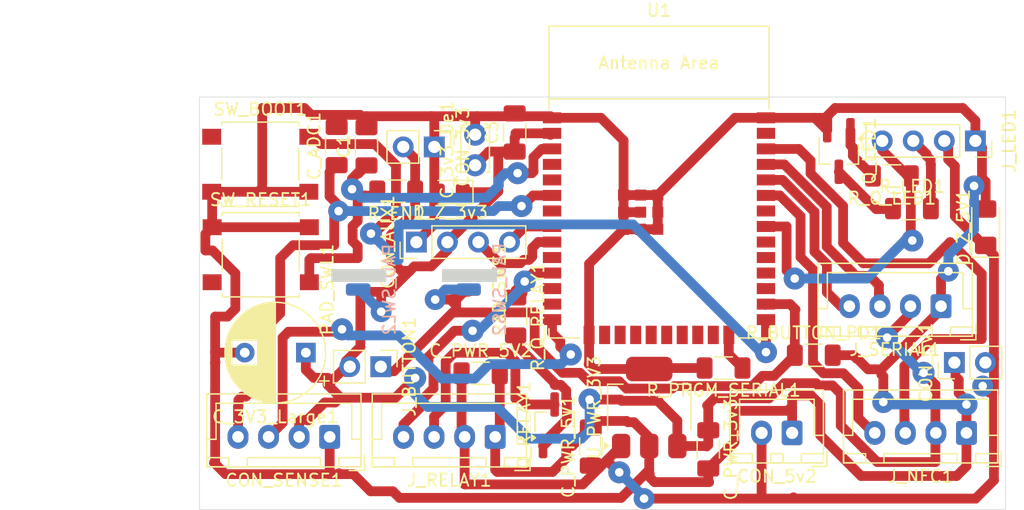
<source format=kicad_pcb>
(kicad_pcb (version 20240108) (generator "pcbnew") (generator_version "8.0")
  (layers (0 "F.Cu" signal) (31 "B.Cu" signal) (34 "B.Paste" user) (35 "F.Paste" user) (36 "B.SilkS" user "B.Silkscreen") (37 "F.SilkS" user "F.Silkscreen") (38 "B.Mask" user) (39 "F.Mask" user) (44 "Edge.Cuts" user))
  (net 0 "")
  (net 1 "+3V3")
  (net 2 "GND")
  (net 3 "Net-(CON_SENSE1-Pin_3)")
  (net 4 "Net-(CON_SENSE1-Pin_4)")
  (net 5 "+5V")
  (net 6 "Net-(J_BUTTON1-Pin_1)")
  (net 7 "Net-(J_LED1-Pin_4)")
  (net 8 "Net-(J_LED1-Pin_3)")
  (net 9 "Net-(J_NFC1-Pin_4)")
  (net 10 "Net-(J_NFC1-Pin_3)")
  (net 11 "Net-(J_RELAY1-Pin_4)")
  (net 12 "Net-(J_RELAY1-Pin_3)")
  (net 13 "Net-(J_SERIAL1-Pin_4)")
  (net 14 "Net-(J_SERIAL1-Pin_3)")
  (net 15 "Net-(Q_LED1-B)")
  (net 16 "Net-(Q_LED1-C)")
  (net 17 "Net-(Q_RELAY1-B)")
  (net 18 "Net-(U1-GPIO0{slash}BOOT{slash}ADC2_CH1)")
  (net 19 "Net-(U1-EN{slash}CHIP_PU)")
  (net 20 "Net-(CON_AUX1-Pin_3)")
  (net 25 "Net-(CON_AUX1-Pin_4)")
  (net 34 "Net-(U1-ADC2_CH2{slash}GPIO2)")
  (footprint "Connector_JST:JST_XH_B2B-XH-A_1x02_P2.50mm_Vertical" (layer "F.Cu") (at 48.45 27.485 180)
    (property "Reference" "CON_5v2")
    (property "Value" "Conn_01x02_Socket")
  )
  (footprint "Resistor_SMD:R_1206_3216Metric_Pad1.30x1.75mm_HandSolder" (layer "F.Cu") (at 56.61 6.465 180)
    (property "Reference" "R_Q_LED1")
    (property "Value" "R560")
  )
  (footprint "PCM_Espressif:ESP32-WROOM-32E" (layer "F.Cu") (at 37.56 8.72)
    (property "Reference" "U1")
    (property "Value" "ESP32-WROOM-E")
  )
  (footprint "Resistor_SMD:R_1206_3216Metric_Pad1.30x1.75mm_HandSolder" (layer "F.Cu") (at 50.22 21.13)
    (property "Reference" "R_BUTTON_PD1")
    (property "Value" "10kR")
  )
  (footprint "Connector_JST:JST_XH_B4B-XH-A_1x04_P2.50mm_Vertical" (layer "F.Cu") (at 60.63 17.12 180)
    (property "Reference" "J_SERIAL1")
    (property "Value" "Conn_01x04_Socket")
  )
  (footprint "Package_TO_SOT_SMD:SOT-23W_Handsoldering" (layer "F.Cu") (at 52.27 4.425 -90)
    (property "Reference" "Q_LED1")
    (property "Value" "MMBT2222A")
  )
  (footprint "Connector_Wire:SolderWirePad_1x01_SMD_1x2mm" (layer "F.Cu") (at 12.95 15.76 90)
    (property "Reference" "PAD_SWL1")
    (property "Value" "Conn_01x01_Female")
  )
  (footprint "Capacitor_SMD:C_1206_3216Metric_Pad1.33x1.80mm_HandSolder" (layer "F.Cu") (at 25.75 2.91 90)
    (property "Reference" "C3")
    (property "Value" "0.1U")
  )
  (footprint "Connector_PinHeader_2.54mm:PinHeader_1x02_P2.54mm_Vertical" (layer "F.Cu") (at 19.175 4.09 -90)
    (property "Reference" "CON_3v3")
    (property "Value" "Conn_01x02_Socket")
  )
  (footprint "Resistor_SMD:R_1206_3216Metric_Pad1.30x1.75mm_HandSolder" (layer "F.Cu") (at 25.83 17.96 -90)
    (property "Reference" "R_Q_RELAY1")
    (property "Value" "R560")
  )
  (footprint "Button_Switch_SMD:SW_SPST_B3S-1000" (layer "F.Cu") (at 4.94 5.51)
    (property "Reference" "SW_BOOT1")
    (property "Value" "SW_Push")
  )
  (footprint "Package_TO_SOT_SMD:SOT-223-3_TabPin2" (layer "F.Cu") (at 36.76 25.41 90)
    (property "Reference" "U_PWR_3V3")
    (property "Value" "TC1262-33")
  )
  (footprint "Capacitor_THT:C_Disc_D3.4mm_W2.1mm_P2.50mm" (layer "F.Cu") (at 22.52 5.59 90)
    (property "Reference" "C_3v3_De1")
    (property "Value" "C")
  )
  (footprint "Resistor_SMD:R_1206_3216Metric_Pad1.30x1.75mm_HandSolder" (layer "F.Cu") (at 42.84 22.18 180)
    (property "Reference" "R_PRGM_SERIAL1")
    (property "Value" "10kR")
  )
  (footprint "Capacitor_THT:CP_Radial_D8.0mm_P5.00mm" (layer "F.Cu") (at 8.67 20.92 180)
    (property "Reference" "C_3V3_Large1")
    (property "Value" "1000uf")
  )
  (footprint "Connector_Wire:SolderWirePad_1x01_SMD_1x2mm" (layer "F.Cu") (at 21.97 15.77 -90)
    (property "Reference" "PAD_SWS1")
    (property "Value" "Conn_01x01_Female")
  )
  (footprint "Connector_JST:JST_XH_B4B-XH-A_1x04_P2.50mm_Vertical" (layer "F.Cu") (at 62.71 27.485 180)
    (property "Reference" "J_NFC1")
    (property "Value" "Conn_01x04_Socket")
  )
  (footprint "Capacitor_SMD:C_1206_3216Metric_Pad1.33x1.80mm_HandSolder" (layer "F.Cu") (at 31.98 28.6 90)
    (property "Reference" "C_PWR_5V1")
    (property "Value" "1U")
  )
  (footprint "Resistor_SMD:R_1206_3216Metric_Pad1.30x1.75mm_HandSolder" (layer "F.Cu") (at 58.25 9.135)
    (property "Reference" "R_LED1")
    (property "Value" "R330")
  )
  (footprint "Connector_JST:JST_XH_B4B-XH-A_1x04_P2.50mm_Vertical" (layer "F.Cu") (at 24.16 27.81 180)
    (property "Reference" "J_RELAY1")
    (property "Value" "Conn_01x04_Socket")
  )
  (footprint "Connector_PinSocket_2.54mm:PinSocket_1x04_P2.54mm_Vertical" (layer "F.Cu") (at 63.44 3.595 -90)
    (property "Reference" "J_LED1")
    (property "Value" "Conn_01x04_Socket")
  )
  (footprint "Capacitor_SMD:C_1206_3216Metric_Pad1.33x1.80mm_HandSolder" (layer "F.Cu") (at 13.63 4.04 90)
    (property "Reference" "C1")
    (property "Value" "0.1U")
  )
  (footprint "Capacitor_SMD:C_1206_3216Metric_Pad1.33x1.80mm_HandSolder" (layer "F.Cu") (at 11.19 4.0175 90)
    (property "Reference" "C_ADC1")
    (property "Value" "100N")
  )
  (footprint "Diode_SMD:D_0805_2012Metric_Pad1.15x1.40mm_HandSolder" (layer "F.Cu") (at 20.485 7.79 180)
    (property "Reference" "D_Z_3v3")
    (property "Value" "D_Zener")
  )
  (footprint "Connector_PinHeader_2.54mm:PinHeader_1x04_P2.54mm_Vertical" (layer "F.Cu") (at 17.71 11.88 90)
    (property "Reference" "CON_AUX1")
    (property "Value" "Conn_01x04_Socket")
  )
  (footprint "Package_TO_SOT_SMD:SOT-23W_Handsoldering" (layer "F.Cu") (at 29.02 26.86 90)
    (property "Reference" "Q_RELAY1")
    (property "Value" "MMBT2222A")
  )
  (footprint "Diode_SMD:D_1206_3216Metric_Pad1.42x1.75mm_HandSolder" (layer "F.Cu") (at 64.28 10.6575 90)
    (property "Reference" "D_Z_5V1")
    (property "Value" "D_Zener")
  )
  (footprint "Connector_JST:JST_XH_B4B-XH-A_1x04_P2.50mm_Vertical" (layer "F.Cu") (at 10.62 27.81 180)
    (property "Reference" "CON_SENSE1")
    (property "Value" "Conn_01x04_Socket")
  )
  (footprint "Connector_PinHeader_2.54mm:PinHeader_1x02_P2.54mm_Vertical" (layer "F.Cu") (at 61.72 21.73 90)
    (property "Reference" "CON_5v1")
    (property "Value" "Conn_01x02_Socket")
  )
  (footprint "Capacitor_SMD:C_1206_3216Metric_Pad1.33x1.80mm_HandSolder" (layer "F.Cu") (at 22.97 22.61)
    (property "Reference" "C_PWR_5V2")
    (property "Value" "0.1U")
  )
  (footprint "Button_Switch_SMD:SW_SPST_B3S-1000" (layer "F.Cu") (at 4.98 12.91)
    (property "Reference" "SW_RESET1")
    (property "Value" "SW_Push")
  )
  (footprint "Resistor_SMD:R_1206_3216Metric_Pad1.30x1.75mm_HandSolder" (layer "F.Cu") (at 16.06 7.71 180)
    (property "Reference" "R_EN1")
    (property "Value" "10kR")
  )
  (footprint "Connector_PinHeader_2.54mm:PinHeader_1x02_P2.54mm_Vertical" (layer "F.Cu") (at 14.8 22.07 -90)
    (property "Reference" "J_BUTTON1")
    (property "Value" "Conn_01x02_Socket")
  )
  (footprint "Capacitor_SMD:C_1206_3216Metric_Pad1.33x1.80mm_HandSolder" (layer "F.Cu") (at 41.59 28.8325 -90)
    (property "Reference" "C_PWR_3v3")
    (property "Value" "1U")
  )
  (footprint "Connector_Wire:SolderWirePad_1x01_SMD_1x2mm" (layer "B.Cu") (at 21.98 15.75 90)
    (property "Reference" "PAD_SWS2")
    (property "Value" "Conn_01x01_Female")
  )
  (footprint "Connector_Wire:SolderWirePad_1x01_SMD_1x2mm" (layer "B.Cu") (at 12.95 15.75 90)
    (property "Reference" "PAD_SWL2")
    (property "Value" "Conn_01x01_Female")
  )
  (gr_rect (start 10.78 14.11) (end 15.24 15.11) (stroke (width 0.05)) (fill solid) (layer "Edge.Cuts"))
  (gr_rect (start -0.03 0.01) (end 65.91 33.76) (stroke (width 0.05)) (fill none) (layer "Edge.Cuts"))
  (gr_rect (start 19.83 14.11) (end 24.29 15.11) (stroke (width 0.05)) (fill solid) (layer "Edge.Cuts"))
  (segment (start 11.38 24.68) (end 11.06 25) (width 0.8) (layer "F.Cu") (net 1))
  (segment (start 11.06 25) (end 10.21 25) (width 0.8) (layer "F.Cu") (net 1))
  (segment (start 52.43 24.28) (end 52.43 26.88061) (width 0.8) (layer "F.Cu") (net 1))
  (segment (start 51.755 23.605) (end 52.43 24.28) (width 0.8) (layer "F.Cu") (net 1))
  (segment (start 11.45 24.61) (end 11.38 24.68) (width 0.8) (layer "F.Cu") (net 1))
  (segment (start 14.83 17.57) (end 14.83 15.97) (width 0.8) (layer "F.Cu") (net 1))
  (segment (start 58.13 17.7) (end 58.13 17.12) (width 0.8) (layer "F.Cu") (net 1))
  (segment (start 14.85 15.95) (end 15.45 15.95) (width 0.8) (layer "F.Cu") (net 1))
  (segment (start 52.43 26.88061) (end 55.41939 29.87) (width 0.8) (layer "F.Cu") (net 1))
  (segment (start 24.41 7.72) (end 24.41 4.79) (width 0.8) (layer "F.Cu") (net 1))
  (segment (start 31.88 24.76) (end 34.38288 24.76) (width 0.8) (layer "F.Cu") (net 1))
  (segment (start 15.45 15.95) (end 17.17 14.23) (width 0.8) (layer "F.Cu") (net 1))
  (segment (start 12.285 21.935) (end 11.96 21.61) (width 0.8) (layer "F.Cu") (net 1))
  (segment (start 60.17 29.87) (end 60.17 23.54) (width 0.8) (layer "F.Cu") (net 1))
  (segment (start 8.12 26.6) (end 8.12 27.81) (width 0.8) (layer "F.Cu") (net 1))
  (segment (start 41.43 28.56) (end 41.46 28.59) (width 0.8) (layer "F.Cu") (net 1))
  (segment (start 41.59 25.34) (end 41.5 25.25) (width 0.8) (layer "F.Cu") (net 1))
  (segment (start 41.59 27.27) (end 41.59 25.34) (width 0.8) (layer "F.Cu") (net 1))
  (segment (start 14.83 15.97) (end 14.85 15.95) (width 0.8) (layer "F.Cu") (net 1))
  (segment (start 39.06 28.56) (end 41.43 28.56) (width 0.8) (layer "F.Cu") (net 1))
  (segment (start 16.472792 14.23) (end 17.17 14.23) (width 0.8) (layer "F.Cu") (net 1))
  (segment (start 13.13 20.44) (end 13.13 15.95) (width 0.8) (layer "F.Cu") (net 1))
  (segment (start 56.22 19.69) (end 56.22 19.61) (width 0.8) (layer "F.Cu") (net 1))
  (segment (start 17.54 13.86) (end 18.93 13.86) (width 0.8) (layer "F.Cu") (net 1))
  (segment (start 11.38 24.68) (end 11.38 24.48) (width 0.8) (layer "F.Cu") (net 1))
  (segment (start 17.61 7.71) (end 17.61 9.31) (width 0.8) (layer "F.Cu") (net 1))
  (segment (start 10.46 22.98) (end 9.32 22.98) (width 0.8) (layer "F.Cu") (net 1))
  (segment (start 50.596776 23.605) (end 51.755 23.605) (width 0.8) (layer "F.Cu") (net 1))
  (segment (start 8.67 22.33) (end 9.32 22.98) (width 0.8) (layer "F.Cu") (net 1))
  (segment (start 41.59 28.46) (end 41.59 27.27) (width 0.8) (layer "F.Cu") (net 1))
  (segment (start 25.75 3.35) (end 25.75 4.4725) (width 0.8) (layer "F.Cu") (net 1))
  (segment (start 8.3 26.42) (end 8.12 26.6) (width 0.8) (layer "F.Cu") (net 1))
  (segment (start 24.7275 4.4725) (end 24.41 4.79) (width 0.8) (layer "F.Cu") (net 1))
  (segment (start 25.82 2.98) (end 25.82 3.28) (width 0.8) (layer "F.Cu") (net 1))
  (segment (start 18.93 13.86) (end 20.25 12.54) (width 0.8) (layer "F.Cu") (net 1))
  (segment (start 56.22 19.61) (end 58.13 17.7) (width 0.8) (layer "F.Cu") (net 1))
  (segment (start 23.6375 4.4725) (end 25.75 4.4725) (width 0.8) (layer "F.Cu") (net 1))
  (segment (start 11.38 24.48) (end 10.46 23.56) (width 0.8) (layer "F.Cu") (net 1))
  (segment (start 37.51 24.93) (end 39.06 26.48) (width 0.8) (layer "F.Cu") (net 1))
  (segment (start 11.96 22.06) (end 11.96 21.61) (width 0.8) (layer "F.Cu") (net 1))
  (segment (start 11.96 22.51) (end 11.96 21.61) (width 0.8) (layer "F.Cu") (net 1))
  (segment (start 12.285 22.44) (end 12.285 21.935) (width 0.8) (layer "F.Cu") (net 1))
  (segment (start 60.17 23.54) (end 59.200661 22.570661) (width 0.8) (layer "F.Cu") (net 1))
  (segment (start 20.25 12.54) (end 20.25 11.88) (width 0.8) (layer "F.Cu") (net 1))
  (segment (start 8.79 26.42) (end 8.84 26.47) (width 0.8) (layer "F.Cu") (net 1))
  (segment (start 15.99 24.61) (end 11.45 24.61) (width 0.8) (layer "F.Cu") (net 1))
  (segment (start 34.48288 24.86) (end 37.51 24.86) (width 0.8) (layer "F.Cu") (net 1))
  (segment (start 17.609339 22.990661) (end 15.99 24.61) (width 0.8) (layer "F.Cu") (net 1))
  (segment (start 25.82 3.28) (end 25.75 3.35) (width 0.8) (layer "F.Cu") (net 1))
  (segment (start 24.34 7.79) (end 24.41 7.72) (width 0.8) (layer "F.Cu") (net 1))
  (segment (start 13.13 15.95) (end 14.85 15.95) (width 0.8) (layer "F.Cu") (net 1))
  (segment (start 50.411776 23.42) (end 50.596776 23.605) (width 0.8) (layer "F.Cu") (net 1))
  (segment (start 28.81 2.98) (end 25.82 2.98) (width 0.8) (layer "F.Cu") (net 1))
  (segment (start 39.06 26.48) (end 39.06 28.56) (width 0.8) (layer "F.Cu") (net 1))
  (segment (start 22.52 5.59) (end 23.6375 4.4725) (width 0.8) (layer "F.Cu") (net 1))
  (segment (start 46.559214 24.655) (end 47.794214 23.42) (width 0.8) (layer "F.Cu") (net 1))
  (segment (start 17.17 14.23) (end 17.54 13.86) (width 0.8) (layer "F.Cu") (net 1))
  (segment (start 16.635 4.09) (end 17.61 5.065) (width 0.8) (layer "F.Cu") (net 1))
  (segment (start 42.095 24.655) (end 46.559214 24.655) (width 0.8) (layer "F.Cu") (net 1))
  (segment (start 10.46 23.56) (end 10.71 23.31) (width 0.8) (layer "F.Cu") (net 1))
  (segment (start 41.46 28.59) (end 41.59 28.46) (width 0.8) (layer "F.Cu") (net 1))
  (segment (start 15.63 11.29) (end 15.63 13.387208) (width 0.8) (layer "F.Cu") (net 1))
  (segment (start 8.79 26.42) (end 8.3 26.42) (width 0.8) (layer "F.Cu") (net 1))
  (segment (start 10.21 25) (end 8.79 26.42) (width 0.8) (layer "F.Cu") (net 1))
  (segment (start 17.61 9.31) (end 15.63 11.29) (width 0.8) (layer "F.Cu") (net 1))
  (segment (start 47.794214 23.42) (end 50.411776 23.42) (width 0.8) (layer "F.Cu") (net 1))
  (segment (start 41.5 25.25) (end 42.095 24.655) (width 0.8) (layer "F.Cu") (net 1))
  (segment (start 10.46 23.56) (end 11.96 22.06) (width 0.8) (layer "F.Cu") (net 1))
  (segment (start 25.75 4.4725) (end 24.7275 4.4725) (width 0.8) (layer "F.Cu") (net 1))
  (segment (start 11.96 21.61) (end 13.13 20.44) (width 0.8) (layer "F.Cu") (net 1))
  (segment (start 8.67 22.33) (end 8.67 20.92) (width 0.8) (layer "F.Cu") (net 1))
  (segment (start 21.51 7.79) (end 24.34 7.79) (width 0.8) (layer "F.Cu") (net 1))
  (segment (start 55.41939 29.87) (end 60.17 29.87) (width 0.8) (layer "F.Cu") (net 1))
  (segment (start 37.51 24.86) (end 37.51 24.93) (width 0.8) (layer "F.Cu") (net 1))
  (segment (start 20.25 11.88) (end 24.41 7.72) (width 0.8) (layer "F.Cu") (net 1))
  (segment (start 28.68 3.11) (end 28.81 2.98) (width 0.8) (layer "F.Cu") (net 1))
  (segment (start 34.38288 24.76) (end 34.48288 24.86) (width 0.8) (layer "F.Cu") (net 1))
  (segment (start 17.61 5.065) (end 17.61 7.71) (width 0.8) (layer "F.Cu") (net 1))
  (segment (start 15.63 13.387208) (end 16.472792 14.23) (width 0.8) (layer "F.Cu") (net 1))
  (segment (start 10.46 23.56) (end 10.46 22.98) (width 0.8) (layer "F.Cu") (net 1))
  (via (at 31.88 24.76) (size 1.8) (drill 0.7) (layers "F.Cu" "B.Cu") (net 1))
  (via (at 17.609339 22.990661) (size 1.8) (drill 0.7) (layers "F.Cu" "B.Cu") (net 1))
  (via (at 14.83 17.57) (size 1.7) (drill 0.7) (layers "F.Cu" "B.Cu") (net 1))
  (via (at 56.22 19.69) (size 1.8) (drill 0.7) (layers "F.Cu" "B.Cu") (net 1))
  (via (at 59.200661 22.570661) (size 1.8) (drill 0.7) (layers "F.Cu" "B.Cu") (net 1))
  (segment (start 59.070661 22.570661) (end 56.22 19.72) (width 0.8) (layer "B.Cu") (net 1))
  (segment (start 59.200661 22.570661) (end 59.070661 22.570661) (width 0.8) (layer "B.Cu") (net 1))
  (segment (start 31.88 27.29) (end 31.21 27.96) (width 0.8) (layer "B.Cu") (net 1))
  (segment (start 31.88 24.76) (end 31.88 27.29) (width 0.8) (layer "B.Cu") (net 1))
  (segment (start 18.63 25.36) (end 17.609339 24.339339) (width 0.8) (layer "B.Cu") (net 1))
  (segment (start 56.22 19.72) (end 56.22 19.69) (width 0.8) (layer "B.Cu") (net 1))
  (segment (start 31.21 27.96) (end 26.9 27.96) (width 0.8) (layer "B.Cu") (net 1))
  (segment (start 26.9 27.96) (end 24.3 25.36) (width 0.8) (layer "B.Cu") (net 1))
  (segment (start 17.609339 24.339339) (end 17.609339 22.990661) (width 0.8) (layer "B.Cu") (net 1))
  (segment (start 24.3 25.36) (end 18.63 25.36) (width 0.8) (layer "B.Cu") (net 1))
  (segment (start 12.95 15.75) (end 13.01 15.75) (width 0.8) (layer "B.Cu") (net 1))
  (segment (start 13.01 15.75) (end 14.83 17.57) (width 0.8) (layer "B.Cu") (net 1))
  (segment (start 62.71 30.21) (end 61.909999 31.010001) (width 0.8) (layer "F.Cu") (net 2))
  (segment (start 8.55 0.91) (end 9.11 1.47) (width 0.8) (layer "F.Cu") (net 2))
  (segment (start 0.965 7.76) (end 4.78 7.76) (width 0.8) (layer "F.Cu") (net 2))
  (segment (start 34.66 9.43) (end 36.06 9.43) (width 0.8) (layer "F.Cu") (net 2))
  (segment (start 36.81 30.86) (end 36.76 30.81) (width 0.8) (layer "F.Cu") (net 2))
  (segment (start 51.32 1.565) (end 51.32 2.725) (width 0.8) (layer "F.Cu") (net 2))
  (segment (start 48.45 25.32) (end 48.45 27.485) (width 0.8) (layer "F.Cu") (net 2))
  (segment (start 60.63 17.12) (end 60.63 14.86) (width 0.8) (layer "F.Cu") (net 2))
  (segment (start 28.85 30.68) (end 29.97 29.56) (width 0.8) (layer "F.Cu") (net 2))
  (segment (start 11.19 2.455) (end 11.19 1.63) (width 0.8) (layer "F.Cu") (net 2))
  (segment (start 35.51 26.61) (end 35.01 26.61) (width 0.8) (layer "F.Cu") (net 2))
  (segment (start 63.44 3.595) (end 63.44 1.945) (width 0.8) (layer "F.Cu") (net 2))
  (segment (start 2.9 17.33) (end 2.9 14.43) (width 0.8) (layer "F.Cu") (net 2))
  (segment (start 1.25 17.97) (end 2.26 17.97) (width 0.8) (layer "F.Cu") (net 2))
  (segment (start 1.03 12.56) (end 0.45 12.56) (width 0.8) (layer "F.Cu") (net 2))
  (segment (start 41.66 31.51) (end 37.19 31.51) (width 0.8) (layer "F.Cu") (net 2))
  (segment (start 43.72 25.68) (end 43.72 28.265) (width 0.8) (layer "F.Cu") (net 2))
  (segment (start 61.909999 31.010001) (end 54.090001 31.010001) (width 0.8) (layer "F.Cu") (net 2))
  (segment (start 62.08 23.14) (end 61.815 22.875) (width 0.8) (layer "F.Cu") (net 2))
  (segment (start 35.01 26.61) (end 34.91 26.51) (width 0.8) (layer "F.Cu") (net 2))
  (segment (start 1.005 10.66) (end 8.955 10.66) (width 0.8) (layer "F.Cu") (net 2))
  (segment (start 63.98 6.63) (end 64.28 6.93) (width 0.8) (layer "F.Cu") (net 2))
  (segment (start 0.45 12.56) (end 0.45 11.215) (width 0.8) (layer "F.Cu") (net 2))
  (segment (start 19.175 4.09) (end 19.175 1.805) (width 0.8) (layer "F.Cu") (net 2))
  (segment (start 48.09 25.68) (end 43.72 25.68) (width 0.8) (layer "F.Cu") (net 2))
  (segment (start 43.78 1.71) (end 37.46 8.03) (width 0.8) (layer "F.Cu") (net 2))
  (segment (start 11.3 30.86) (end 12.56 30.86) (width 0.8) (layer "F.Cu") (net 2))
  (segment (start 1.29 20.92) (end 1.25 20.88) (width 0.8) (layer "F.Cu") (net 2))
  (segment (start 19.175 4.09) (end 19.175 10.415) (width 0.8) (layer "F.Cu") (net 2))
  (segment (start 5.1 0.91) (end 5.1 7.44) (width 0.8) (layer "F.Cu") (net 2))
  (segment (start 48.58 24.42) (end 48.45 24.55) (width 0.8) (layer "F.Cu") (net 2))
  (segment (start 31.81 21.86) (end 31.84 21.83) (width 0.8) (layer "F.Cu") (net 2))
  (segment (start 2.9 14.43) (end 1.03 12.56) (width 0.8) (layer "F.Cu") (net 2))
  (segment (start 32.81 1.71) (end 28.81 1.71) (width 0.8) (layer "F.Cu") (net 2))
  (segment (start 63.44 3.595) (end 63.98 4.135) (width 0.8) (layer "F.Cu") (net 2))
  (segment (start 25.75 1.18) (end 25.73 1.16) (width 0.8) (layer "F.Cu") (net 2))
  (segment (start 24.16 27.81) (end 24.16 30.51) (width 0.8) (layer "F.Cu") (net 2))
  (segment (start 29.97 28.56) (end 30.4575 28.56) (width 0.8) (layer "F.Cu") (net 2))
  (segment (start 62.71 25.16) (end 62.71 24.86) (width 0.8) (layer "F.Cu") (net 2))
  (segment (start 34.66 8.03) (end 37.46 8.03) (width 0.8) (layer "F.Cu") (net 2))
  (segment (start 13.96 32.26) (end 15.79 32.26) (width 0.8) (layer "F.Cu") (net 2))
  (segment (start 51.975 0.91) (end 51.32 1.565) (width 0.8) (layer "F.Cu") (net 2))
  (segment (start 32.21 22.26) (end 31.81 21.86) (width 0.8) (layer "F.Cu") (net 2))
  (segment (start 62.71 24.86) (end 62.08 24.23) (width 0.8) (layer "F.Cu") (net 2))
  (segment (start 29.97 29.56) (end 29.97 28.56) (width 0.8) (layer "F.Cu") (net 2))
  (segment (start 64.28 6.93) (end 64.28 9.17) (width 0.8) (layer "F.Cu") (net 2))
  (segment (start 17.3 12.29) (end 17.71 11.88) (width 0.8) (layer "F.Cu") (net 2))
  (segment (start 1.16 29.92) (end 1.25 29.83) (width 0.8) (layer "F.Cu") (net 2))
  (segment (start 36.76 22.26) (end 32.21 22.26) (width 0.8) (layer "F.Cu") (net 2))
  (segment (start 37.46 8.03) (end 37.46 10.83) (width 0.8) (layer "F.Cu") (net 2))
  (segment (start 36.76 28.56) (end 36.76 27.86) (width 0.8) (layer "F.Cu") (net 2))
  (segment (start 25.75 1.3475) (end 25.75 1.18) (width 0.8) (layer "F.Cu") (net 2))
  (segment (start 55.91 22.86) (end 55.75 22.7) (width 0.8) (layer "F.Cu") (net 2))
  (segment (start 50.305 1.71) (end 51.175 1.71) (width 0.8) (layer "F.Cu") (net 2))
  (segment (start 41.29 22.18) (end 36.84 22.18) (width 0.8) (layer "F.Cu") (net 2))
  (segment (start 62.71 27.485) (end 62.71 25.16) (width 0.8) (layer "F.Cu") (net 2))
  (segment (start 37.19 31.51) (end 36.475 30.795) (width 0.8) (layer "F.Cu") (net 2))
  (segment (start 34.47 32.8) (end 36.475 30.795) (width 0.8) (layer "F.Cu") (net 2))
  (segment (start 15.79 32.26) (end 16.33 32.8) (width 0.8) (layer "F.Cu") (net 2))
  (segment (start 1.28 21.71) (end 1.25 21.74) (width 0.8) (layer "F.Cu") (net 2))
  (segment (start 48.45 25.32) (end 48.09 25.68) (width 0.8) (layer "F.Cu") (net 2))
  (segment (start 13.215 1.58) (end 13.105 1.47) (width 0.8) (layer "F.Cu") (net 2))
  (segment (start 1.25 29.83) (end 1.25 24.114214) (width 0.8) (layer "F.Cu") (net 2))
  (segment (start 10.62 30.75) (end 10.51 30.86) (width 0.8) (layer "F.Cu") (net 2))
  (segment (start 53.44 21.13) (end 53.71 21.4) (width 0.8) (layer "F.Cu") (net 2))
  (segment (start 0.45 11.215) (end 1.005 10.66) (width 0.8) (layer "F.Cu") (net 2))
  (segment (start 19.175 1.805) (end 18.95 1.58) (width 0.8) (layer "F.Cu") (net 2))
  (segment (start 24.33 30.68) (end 28.85 30.68) (width 0.8) (layer "F.Cu") (net 2))
  (segment (start 60.63 17.401321) (end 60.63 17.12) (width 0.8) (layer "F.Cu") (net 2))
  (segment (start 43.72 28.265) (end 41.59 30.395) (width 0.8) (layer "F.Cu") (net 2))
  (segment (start 9.11 1.47) (end 11.03 1.47) (width 0.8) (layer "F.Cu") (net 2))
  (segment (start 24.16 30.51) (end 24.33 30.68) (width 0.8) (layer "F.Cu") (net 2))
  (segment (start 54.090001 31.010001) (end 50.75 27.67) (width 0.8) (layer "F.Cu") (net 2))
  (segment (start 18.95 1.58) (end 13.64 1.58) (width 0.8) (layer "F.Cu") (net 2))
  (segment (start 28.68 1.58) (end 28.81 1.71) (width 0.8) (layer "F.Cu") (net 2))
  (segment (start 22.68 1.58) (end 22.52 1.74) (width 0.8) (layer "F.Cu") (net 2))
  (segment (start 55.75 22.7) (end 55.75 22.281321) (width 0.8) (layer "F.Cu") (net 2))
  (segment (start 36.475 30.795) (end 36.76 30.51) (width 0.8) (layer "F.Cu") (net 2))
  (segment (start 41.59 31.44) (end 41.59 30.395) (width 0.8) (layer "F.Cu") (net 2))
  (segment (start 16.33 32.8) (end 34.47 32.8) (width 0.8) (layer "F.Cu") (net 2))
  (segment (start 34.66 3.56) (end 32.81 1.71) (width 0.8) (layer "F.Cu") (net 2))
  (segment (start 50.305 1.71) (end 51.32 2.725) (width 0.8) (layer "F.Cu") (net 2))
  (segment (start 50.75 25.17) (end 50 24.42) (width 0.8) (layer "F.Cu") (net 2))
  (segment (start 31.84 21.83) (end 31.84 19.47) (width 0.8) (layer "F.Cu") (net 2))
  (segment (start 34.66 10.83) (end 34.66 8.03) (width 0.8) (layer "F.Cu") (net 2))
  (segment (start 22.68 1.58) (end 18.95 1.58) (width 0.8) (layer "F.Cu") (net 2))
  (segment (start 53.74 21.37) (end 53.71 21.4) (width 0.8) (layer "F.Cu") (net 2))
  (segment (start 61.815 22.875) (end 61.815 21.52) (width 0.8) (layer "F.Cu") (net 2))
  (segment (start 1.25 24.114214) (end 1.25 21.74) (width 0.8) (layer "F.Cu") (net 2))
  (segment (start 11.19 1.63) (end 11.03 1.47) (width 0.8) (layer "F.Cu") (net 2))
  (segment (start 30.4575 28.56) (end 31.98 27.0375) (width 0.8) (layer "F.Cu") (net 2))
  (segment (start 50.75 27.67) (end 50.75 25.17) (width 0.8) (layer "F.Cu") (net 2))
  (segment (start 1.25 20.88) (end 1.25 17.97) (width 0.8) (layer "F.Cu") (net 2))
  (segment (start 1.25 21.74) (end 1.25 20.88) (width 0.8) (layer "F.Cu") (net 2))
  (segment (start 63.98 4.135) (end 63.98 6.63) (width 0.8) (layer "F.Cu") (net 2))
  (segment (start 24.5325 27.4375) (end 24.16 27.81) (width 0.8) (layer "F.Cu") (net 2))
  (segment (start 13.63 1.59) (end 13.64 1.58) (width 0.8) (layer "F.Cu") (net 2))
  (segment (start 34.66 8.03) (end 34.66 3.56) (width 0.8) (layer "F.Cu") (net 2))
  (segment (start 51.175 1.71) (end 51.975 0.91) (width 0.8) (layer "F.Cu") (net 2))
  (segment (start 22.52 1.74) (end 22.52 3.09) (width 0.8) (layer "F.Cu") (net 2))
  (segment (start 1.005 7.8) (end 0.965 7.76) (width 0.8) (layer "F.Cu") (net 2))
  (segment (start 36.76 30.51) (end 36.76 28.56) (width 0.8) (layer "F.Cu") (net 2))
  (segment (start 54.651321 22.281321) (end 53.74 21.37) (width 0.8) (layer "F.Cu") (net 2))
  (segment (start 62.08 24.23) (end 62.08 23.14) (width 0.8) (layer "F.Cu") (net 2))
  (segment (start 4.78 7.76) (end 8.915 7.76) (width 0.8) (layer "F.Cu") (net 2))
  (segment (start 50 24.42) (end 48.58 24.42) (width 0.8) (layer "F.Cu") (net 2))
  (segment (start 51.77 21.13) (end 53.44 21.13) (width 0.8) (layer "F.Cu") (net 2))
  (segment (start 60.63 14.86) (end 61.23 14.26) (width 0.8) (layer "F.Cu") (net 2))
  (segment (start 19.175 10.415) (end 17.71 11.88) (width 0.8) (layer "F.Cu") (net 2))
  (segment (start 5.1 7.44) (end 4.78 7.76) (width 0.8) (layer "F.Cu") (net 2))
  (segment (start 55.91 24.96) (end 55.91 22.86) (width 0.8) (layer "F.Cu") (net 2))
  (segment (start 3.67 20.92) (end 1.29 20.92) (width 0.8) (layer "F.Cu") (net 2))
  (segment (start 22.68 1.58) (end 28.68 1.58) (width 0.8) (layer "F.Cu") (net 2))
  (segment (start 63.98 6.63) (end 63.33 7.28) (width 0.8) (layer "F.Cu") (net 2))
  (segment (start 11.03 1.47) (end 13.105 1.47) (width 0.8) (layer "F.Cu") (net 2))
  (segment (start 63.44 1.945) (end 62.405 0.91) (width 0.8) (layer "F.Cu") (net 2))
  (segment (start 2.26 17.97) (end 2.9 17.33) (width 0.8) (layer "F.Cu") (net 2))
  (segment (start 41.66 31.51) (end 41.59 31.44) (width 0.8) (layer "F.Cu") (net 2))
  (segment (start 36.76 30.81) (end 36.7725 30.8225) (width 0.8) (layer "F.Cu") (net 2))
  (segment (start 46.31 1.71) (end 43.78 1.71) (width 0.8) (layer "F.Cu") (net 2))
  (segment (start 36.76 27.86) (end 35.51 26.61) (width 0.8) (layer "F.Cu") (net 2))
  (segment (start 31.84 13.65) (end 34.66 10.83) (width 0.8) (layer "F.Cu") (net 2))
  (segment (start 37.46 10.83) (end 34.66 10.83) (width 0.8) (layer "F.Cu") (net 2))
  (segment (start 10.51 30.86) (end 2.1 30.86) (width 0.8) (layer "F.Cu") (net 2))
  (segment (start 1.005 10.66) (end 1.005 7.8) (width 0.8) (layer "F.Cu") (net 2))
  (segment (start 55.75 22.281321) (end 60.63 17.401321) (width 0.8) (layer "F.Cu") (net 2))
  (segment (start 36.76 30.81) (end 36.76 30.51) (width 0.8) (layer "F.Cu") (net 2))
  (segment (start 36.84 22.18) (end 36.76 22.26) (width 0.8) (layer "F.Cu") (net 2))
  (segment (start 13.64 1.58) (end 13.215 1.58) (width 0.8) (layer "F.Cu") (net 2))
  (segment (start 11.3 30.86) (end 10.51 30.86) (width 0.8) (layer "F.Cu") (net 2))
  (segment (start 48.45 24.55) (end 48.45 25.32) (width 0.8) (layer "F.Cu") (net 2))
  (segment (start 11.38 30.78) (end 11.3 30.86) (width 0.8) (layer "F.Cu") (net 2))
  (segment (start 10.62 27.81) (end 10.62 30.75) (width 0.8) (layer "F.Cu") (net 2))
  (segment (start 62.71 27.485) (end 62.71 30.21) (width 0.8) (layer "F.Cu") (net 2))
  (segment (start 5.1 0.91) (end 8.55 0.91) (width 0.8) (layer "F.Cu") (net 2))
  (segment (start 29.97 28.56) (end 29.97 28.36) (width 0.8) (layer "F.Cu") (net 2))
  (segment (start 2.1 30.86) (end 1.16 29.92) (width 0.8) (layer "F.Cu") (net 2))
  (segment (start 62.405 0.91) (end 51.975 0.91) (width 0.8) (layer "F.Cu") (net 2))
  (segment (start 34.91 26.51) (end 31.9725 26.51) (width 0.8) (layer "F.Cu") (net 2))
  (segment (start 55.75 22.281321) (end 54.651321 22.281321) (width 0.8) (layer "F.Cu") (net 2))
  (segment (start 13.63 2.4775) (end 13.63 1.59) (width 0.8) (layer "F.Cu") (net 2))
  (segment (start 31.84 19.47) (end 31.84 13.65) (width 0.8) (layer "F.Cu") (net 2))
  (segment (start 12.56 30.86) (end 13.96 32.26) (width 0.8) (layer "F.Cu") (net 2))
  (segment (start 46.31 1.71) (end 50.305 1.71) (width 0.8) (layer "F.Cu") (net 2))
  (segment (start 24.5325 22.61) (end 24.5325 27.4375) (width 0.8) (layer "F.Cu") (net 2))
  (via (at 55.91 24.96) (size 1.8) (drill 0.7) (layers "F.Cu" "B.Cu") (net 2))
  (via (at 63.33 7.28) (size 1.7) (drill 0.7) (layers "F.Cu" "B.Cu") (net 2))
  (via (at 62.71 25.16) (size 1.8) (drill 0.7) (layers "F.Cu" "B.Cu") (net 2))
  (via (at 61.23 14.26) (size 1.7) (drill 0.7) (layers "F.Cu" "B.Cu") (net 2))
  (segment (start 63.33 7.28) (end 63.33 10.85) (width 0.8) (layer "B.Cu") (net 2))
  (segment (start 61.23 12.95) (end 61.23 14.26) (width 0.8) (layer "B.Cu") (net 2))
  (segment (start 62.71 25.16) (end 56.11 25.16) (width 0.8) (layer "B.Cu") (net 2))
  (segment (start 63.33 10.85) (end 61.23 12.95) (width 0.8) (layer "B.Cu") (net 2))
  (segment (start 56.11 25.16) (end 55.91 24.96) (width 0.8) (layer "B.Cu") (net 2))
  (segment (start 6.77 26.66) (end 5.62 27.81) (width 0.8) (layer "F.Cu") (net 3))
  (segment (start 11.63 19.01) (end 11.43 19.21) (width 0.8) (layer "F.Cu") (net 3))
  (segment (start 30.12 21.07) (end 29.48 20.43) (width 0.8) (layer "F.Cu") (net 3))
  (segment (start 29.48 19.98) (end 28.81 19.31) (width 0.8) (layer "F.Cu") (net 3))
  (segment (start 29.48 20.43) (end 29.48 19.98) (width 0.8) (layer "F.Cu") (net 3))
  (segment (start 30.34 21.07) (end 30.12 21.07) (width 0.8) (layer "F.Cu") (net 3))
  (segment (start 11.43 19.21) (end 7.25 19.21) (width 0.8) (layer "F.Cu") (net 3))
  (segment (start 28.81 19.31) (end 28.81 18.22) (width 0.8) (layer "F.Cu") (net 3))
  (segment (start 6.77 19.69) (end 6.77 26.66) (width 0.8) (layer "F.Cu") (net 3))
  (segment (start 7.25 19.21) (end 6.77 19.69) (width 0.8) (layer "F.Cu") (net 3))
  (via (at 30.34 21.07) (size 1.8) (drill 0.7) (layers "F.Cu" "B.Cu") (net 3))
  (via (at 11.63 19.01) (size 1.8) (drill 0.7) (layers "F.Cu" "B.Cu") (net 3))
  (segment (start 19.78 23.04) (end 16.25 19.51) (width 0.8) (layer "B.Cu") (net 3))
  (segment (start 30.34 21.07) (end 29.55 21.86) (width 0.8) (layer "B.Cu") (net 3))
  (segment (start 12.13 19.51) (end 11.63 19.01) (width 0.8) (layer "B.Cu") (net 3))
  (segment (start 16.25 19.51) (end 12.13 19.51) (width 0.8) (layer "B.Cu") (net 3))
  (segment (start 29.55 21.86) (end 23.67 21.86) (width 0.8) (layer "B.Cu") (net 3))
  (segment (start 23.67 21.86) (end 22.49 23.04) (width 0.8) (layer "B.Cu") (net 3))
  (segment (start 22.49 23.04) (end 19.78 23.04) (width 0.8) (layer "B.Cu") (net 3))
  (segment (start 26.31 8.93) (end 26.39 8.93) (width 0.8) (layer "F.Cu") (net 4))
  (segment (start 3.76 24.52) (end 3.43 24.52) (width 0.8) (layer "F.Cu") (net 4))
  (segment (start 6.57 13.19) (end 6.57 17.71) (width 0.8) (layer "F.Cu") (net 4))
  (segment (start 5.65 22.63) (end 3.76 24.52) (width 0.8) (layer "F.Cu") (net 4))
  (segment (start 5.65 18.63) (end 5.65 22.63) (width 0.8) (layer "F.Cu") (net 4))
  (segment (start 3.43 24.52) (end 3.15 24.8) (width 0.8) (layer "F.Cu") (net 4))
  (segment (start 26.39 8.93) (end 27.26 8.06) (width 0.8) (layer "F.Cu") (net 4))
  (segment (start 6.57 17.71) (end 5.65 18.63) (width 0.8) (layer "F.Cu") (net 4))
  (segment (start 10.99 12.13) (end 7.63 12.13) (width 0.8) (layer "F.Cu") (net 4))
  (segment (start 3.15 25.32) (end 3.12 25.35) (width 0.8) (layer "F.Cu") (net 4))
  (segment (start 11.35 8.87) (end 10.61 8.13) (width 0.8) (layer "F.Cu") (net 4))
  (segment (start 11.35 9.34) (end 11.35 8.87) (width 0.8) (layer "F.Cu") (net 4))
  (segment (start 3.15 24.8) (end 3.15 25.32) (width 0.8) (layer "F.Cu") (net 4))
  (segment (start 3.12 25.35) (end 3.12 27.81) (width 0.8) (layer "F.Cu") (net 4))
  (segment (start 10.61 6.16) (end 11.19 5.58) (width 0.8) (layer "F.Cu") (net 4))
  (segment (start 7.63 12.13) (end 6.57 13.19) (width 0.8) (layer "F.Cu") (net 4))
  (segment (start 27.26 8.06) (end 28.81 8.06) (width 0.8) (layer "F.Cu") (net 4))
  (segment (start 10.61 8.13) (end 10.61 6.16) (width 0.8) (layer "F.Cu") (net 4))
  (segment (start 11.35 9.34) (end 10.99 9.7) (width 0.8) (layer "F.Cu") (net 4))
  (segment (start 10.99 9.7) (end 10.99 12.13) (width 0.8) (layer "F.Cu") (net 4))
  (via (at 11.35 9.34) (size 1.7) (drill 0.7) (layers "F.Cu" "B.Cu") (net 4))
  (via (at 26.31 8.93) (size 1.8) (drill 0.7) (layers "F.Cu" "B.Cu") (net 4))
  (segment (start 24.01 9.34) (end 24.42 8.93) (width 0.8) (layer "B.Cu") (net 4))
  (segment (start 24.42 8.93) (end 26.31 8.93) (width 0.8) (layer "B.Cu") (net 4))
  (segment (start 11.35 9.34) (end 24.01 9.34) (width 0.8) (layer "B.Cu") (net 4))
  (segment (start 64.66 21.73) (end 64.96 21.43) (width 0.8) (layer "F.Cu") (net 5))
  (segment (start 31.32 31.7) (end 32.635 30.385) (width 0.8) (layer "F.Cu") (net 5))
  (segment (start 21.67 31.7) (end 31.32 31.7) (width 0.8) (layer "F.Cu") (net 5))
  (segment (start 63.46 32.86) (end 64.96 31.36) (width 0.8) (layer "F.Cu") (net 5))
  (segment (start 33.285 29.735) (end 34.26 30.71) (width 0.8) (layer "F.Cu") (net 5))
  (segment (start 61.22 3.915) (end 61.22 5.115) (width 0.8) (layer "F.Cu") (net 5))
  (segment (start 64.96 21.43) (end 64.96 24.18) (width 0.8) (layer "F.Cu") (net 5))
  (segment (start 60.9 3.595) (end 61.22 3.915) (width 0.8) (layer "F.Cu") (net 5))
  (segment (start 64.26 21.73) (end 64.66 21.73) (width 0.8) (layer "F.Cu") (net 5))
  (segment (start 64.57 24.18) (end 64.04 23.65) (width 0.8) (layer "F.Cu") (net 5))
  (segment (start 21.67 31.7) (end 21.66 31.69) (width 0.8) (layer "F.Cu") (net 5))
  (segment (start 48.56 32.75) (end 48.67 32.86) (width 0.8) (layer "F.Cu") (net 5))
  (segment (start 64.96 12.96) (end 64.96 21.43) (width 0.8) (layer "F.Cu") (net 5))
  (segment (start 53.33 32.86) (end 48.67 32.86) (width 0.8) (layer "F.Cu") (net 5))
  (segment (start 31.99 29.74) (end 32.635 30.385) (width 0.8) (layer "F.Cu") (net 5))
  (segment (start 64.96 31.36) (end 64.96 24.18) (width 0.8) (layer "F.Cu") (net 5))
  (segment (start 64.96 24.18) (end 64.57 24.18) (width 0.8) (layer "F.Cu") (net 5))
  (segment (start 61.76 9.76) (end 64.96 12.96) (width 0.8) (layer "F.Cu") (net 5))
  (segment (start 61.22 5.115) (end 61.76 5.655) (width 0.8) (layer "F.Cu") (net 5))
  (segment (start 32.635 30.385) (end 33.285 29.735) (width 0.8) (layer "F.Cu") (net 5))
  (segment (start 48.67 32.86) (end 45.96 32.86) (width 0.8) (layer "F.Cu") (net 5))
  (segment (start 33.285 29.735) (end 34.46 28.56) (width 0.8) (layer "F.Cu") (net 5))
  (segment (start 61.76 5.655) (end 61.76 9.76) (width 0.8) (layer "F.Cu") (net 5))
  (segment (start 45.95 32.85) (end 45.96 32.86) (width 0.8) (layer "F.Cu") (net 5))
  (segment (start 21.66 31.69) (end 21.66 27.81) (width 0.8) (layer "F.Cu") (net 5))
  (segment (start 21.4075 27.5575) (end 21.66 27.81) (width 0.8) (layer "F.Cu") (net 5))
  (segment (start 53.33 32.86) (end 63.46 32.86) (width 0.8) (layer "F.Cu") (net 5))
  (segment (start 45.95 27.485) (end 45.95 32.85) (width 0.8) (layer "F.Cu") (net 5))
  (segment (start 21.4075 22.61) (end 21.4075 27.5575) (width 0.8) (layer "F.Cu") (net 5))
  (segment (start 45.96 32.86) (end 36.34 32.86) (width 0.8) (layer "F.Cu") (net 5))
  (segment (start 34.26 30.71) (end 34.31 30.71) (width 0.8) (layer "F.Cu") (net 5))
  (via (at 36.34 32.86) (size 1.7) (drill 0.7) (layers "F.Cu" "B.Cu") (net 5))
  (via (at 34.31 30.71) (size 1.8) (drill 0.7) (layers "F.Cu" "B.Cu") (net 5))
  (via (at 64.04 23.65) (size 1.7) (drill 0.7) (layers "F.Cu" "B.Cu") (net 5))
  (segment (start 36.34 32.74) (end 34.31 30.71) (width 0.8) (layer "B.Cu") (net 5))
  (segment (start 36.34 32.86) (end 36.34 32.74) (width 0.8) (layer "B.Cu") (net 5))
  (segment (start 31.795786 23.26) (end 31.105786 22.57) (width 0.8) (layer "F.Cu") (net 6))
  (segment (start 27.39 17.63) (end 20.96 17.63) (width 0.8) (layer "F.Cu") (net 6))
  (segment (start 38.827906 23.655) (end 38.622906 23.86) (width 0.8) (layer "F.Cu") (net 6))
  (segment (start 15.88 22.44) (end 20.69 17.63) (width 0.8) (layer "F.Cu") (net 6))
  (segment (start 31.105786 22.57) (end 29.67 22.57) (width 0.8) (layer "F.Cu") (net 6))
  (segment (start 19.25 16.58) (end 20.49 16.58) (width 0.8) (layer "F.Cu") (net 6))
  (segment (start 46.02 22.82) (end 45.185 23.655) (width 0.8) (layer "F.Cu") (net 6))
  (segment (start 20.96 16.59) (end 21.61 15.94) (width 0.8) (layer "F.Cu") (net 6))
  (segment (start 34.297094 23.26) (end 31.795786 23.26) (width 0.8) (layer "F.Cu") (net 6))
  (segment (start 27.39 20.29) (end 27.39 17.63) (width 0.8) (layer "F.Cu") (net 6))
  (segment (start 48.72 17.39) (end 48.67 17.44) (width 0.8) (layer "F.Cu") (net 6))
  (segment (start 48.72 17.39) (end 48.28 16.95) (width 0.8) (layer "F.Cu") (net 6))
  (segment (start 46.25 17.01) (end 46.31 16.95) (width 0.8) (layer "F.Cu") (net 6))
  (segment (start 21.61 15.94) (end 21.97 15.94) (width 0.8) (layer "F.Cu") (net 6))
  (segment (start 29.67 22.57) (end 27.39 20.29) (width 0.8) (layer "F.Cu") (net 6))
  (segment (start 20.69 17.63) (end 20.96 17.63) (width 0.8) (layer "F.Cu") (net 6))
  (segment (start 45.185 23.655) (end 38.827906 23.655) (width 0.8) (layer "F.Cu") (net 6))
  (segment (start 48.67 17.44) (end 48.67 21.13) (width 0.8) (layer "F.Cu") (net 6))
  (segment (start 20.49 16.58) (end 20.96 17.05) (width 0.8) (layer "F.Cu") (net 6))
  (segment (start 48.28 16.95) (end 46.31 16.95) (width 0.8) (layer "F.Cu") (net 6))
  (segment (start 20.96 16.59) (end 20.96 15.94) (width 0.8) (layer "F.Cu") (net 6))
  (segment (start 14.825 22.44) (end 15.88 22.44) (width 0.8) (layer "F.Cu") (net 6))
  (segment (start 34.897094 23.86) (end 34.297094 23.26) (width 0.8) (layer "F.Cu") (net 6))
  (segment (start 20.96 17.05) (end 20.96 16.59) (width 0.8) (layer "F.Cu") (net 6))
  (segment (start 38.622906 23.86) (end 34.897094 23.86) (width 0.8) (layer "F.Cu") (net 6))
  (segment (start 46.98 22.82) (end 46.02 22.82) (width 0.8) (layer "F.Cu") (net 6))
  (segment (start 20.96 17.63) (end 20.96 17.05) (width 0.8) (layer "F.Cu") (net 6))
  (segment (start 48.67 21.13) (end 46.98 22.82) (width 0.8) (layer "F.Cu") (net 6))
  (via (at 19.25 16.58) (size 1.7) (drill 0.7) (layers "F.Cu" "B.Cu") (net 6))
  (segment (start 20.08 15.75) (end 19.25 16.58) (width 0.8) (layer "B.Cu") (net 6))
  (segment (start 21.98 15.75) (end 20.08 15.75) (width 0.8) (layer "B.Cu") (net 6))
  (segment (start 57.91 6.465) (end 55.82 4.375) (width 0.8) (layer "F.Cu") (net 7))
  (segment (start 48 14.2) (end 48.66 14.86) (width 0.8) (layer "F.Cu") (net 7))
  (segment (start 48 10.6) (end 46.31 10.6) (width 0.8) (layer "F.Cu") (net 7))
  (segment (start 58.16 11.63) (end 58.28 11.75) (width 0.8) (layer "F.Cu") (net 7))
  (segment (start 58.16 6.465) (end 58.16 11.63) (width 0.8) (layer "F.Cu") (net 7))
  (segment (start 48 10.6) (end 48 14.2) (width 0.8) (layer "F.Cu") (net 7))
  (segment (start 58.16 6.465) (end 57.91 6.465) (width 0.8) (layer "F.Cu") (net 7))
  (segment (start 55.82 4.375) (end 55.82 3.595) (width 0.8) (layer "F.Cu") (net 7))
  (via (at 58.28 11.75) (size 1.8) (drill 0.7) (layers "F.Cu" "B.Cu") (net 7))
  (via (at 48.66 14.86) (size 1.8) (drill 0.7) (layers "F.Cu" "B.Cu") (net 7))
  (segment (start 57.67 11.75) (end 54.56 14.86) (width 0.8) (layer "B.Cu") (net 7))
  (segment (start 54.56 14.86) (end 48.66 14.86) (width 0.8) (layer "B.Cu") (net 7))
  (segment (start 58.28 11.75) (end 57.67 11.75) (width 0.8) (layer "B.Cu") (net 7))
  (segment (start 59.43 4.805) (end 59.78 5.155) (width 0.8) (layer "F.Cu") (net 8))
  (segment (start 59.43 4.665) (end 59.43 4.805) (width 0.8) (layer "F.Cu") (net 8))
  (segment (start 58.36 3.595) (end 59.43 4.665) (width 0.8) (layer "F.Cu") (net 8))
  (segment (start 59.8 5.515) (end 59.8 9.135) (width 0.8) (layer "F.Cu") (net 8))
  (segment (start 59.78 5.155) (end 59.78 5.495) (width 0.8) (layer "F.Cu") (net 8))
  (segment (start 59.78 5.495) (end 59.8 5.515) (width 0.8) (layer "F.Cu") (net 8))
  (segment (start 55.12 27.455) (end 55.09 27.485) (width 0.8) (layer "F.Cu") (net 9))
  (segment (start 51.01099 22.605) (end 50.16 21.75401) (width 0.8) (layer "F.Cu") (net 9))
  (segment (start 47.44 8.06) (end 46.31 8.06) (width 0.8) (layer "F.Cu") (net 9))
  (segment (start 52.635 22.605) (end 51.01099 22.605) (width 0.8) (layer "F.Cu") (net 9))
  (segment (start 53.86 23.83) (end 52.635 22.605) (width 0.8) (layer "F.Cu") (net 9))
  (segment (start 49.14 13.11) (end 49.14 9.76) (width 0.8) (layer "F.Cu") (net 9))
  (segment (start 49.14 9.76) (end 47.44 8.06) (width 0.8) (layer "F.Cu") (net 9))
  (segment (start 50.16 14.13) (end 49.14 13.11) (width 0.8) (layer "F.Cu") (net 9))
  (segment (start 50.16 21.75401) (end 50.16 14.13) (width 0.8) (layer "F.Cu") (net 9))
  (segment (start 55.09 27.485) (end 53.86 26.255) (width 0.8) (layer "F.Cu") (net 9))
  (segment (start 53.86 26.255) (end 53.86 23.83) (width 0.8) (layer "F.Cu") (net 9))
  (segment (start 46.32 4.26) (end 49.01 4.26) (width 0.8) (layer "F.Cu") (net 10))
  (segment (start 52.62 11.95) (end 54.28 13.61) (width 0.8) (layer "F.Cu") (net 10))
  (segment (start 46.31 4.25) (end 46.32 4.26) (width 0.8) (layer "F.Cu") (net 10))
  (segment (start 49.959136 6.26) (end 52.62 8.920864) (width 0.8) (layer "F.Cu") (net 10))
  (segment (start 57.63 22.02) (end 57.63 27.485) (width 0.8) (layer "F.Cu") (net 10))
  (segment (start 61.37 11.88) (end 63.96 14.47) (width 0.8) (layer "F.Cu") (net 10))
  (segment (start 49.01 4.26) (end 49.959136 5.209136) (width 0.8) (layer "F.Cu") (net 10))
  (segment (start 57.66 26.41) (end 57.66 27.455) (width 0.8) (layer "F.Cu") (net 10))
  (segment (start 49.959136 5.209136) (end 49.959136 6.26) (width 0.8) (layer "F.Cu") (net 10))
  (segment (start 63.96 14.47) (end 63.96 19.81) (width 0.8) (layer "F.Cu") (net 10))
  (segment (start 54.28 13.61) (end 59.64 13.61) (width 0.8) (layer "F.Cu") (net 10))
  (segment (start 59.84 19.81) (end 57.63 22.02) (width 0.8) (layer "F.Cu") (net 10))
  (segment (start 52.62 8.920864) (end 52.62 11.95) (width 0.8) (layer "F.Cu") (net 10))
  (segment (start 59.64 13.61) (end 61.37 11.88) (width 0.8) (layer "F.Cu") (net 10))
  (segment (start 63.96 19.81) (end 59.84 19.81) (width 0.8) (layer "F.Cu") (net 10))
  (segment (start 57.66 27.455) (end 57.63 27.485) (width 0.8) (layer "F.Cu") (net 10))
  (segment (start 19.109339 22.36934) (end 19.109339 23.840661) (width 0.8) (layer "F.Cu") (net 11))
  (segment (start 18.7 21.960001) (end 19.109339 22.36934) (width 0.8) (layer "F.Cu") (net 11))
  (segment (start 18.24 24.71) (end 18.11 24.84) (width 0.8) (layer "F.Cu") (net 11))
  (segment (start 26.4 15.27) (end 26.57 15.1) (width 0.8) (layer "F.Cu") (net 11))
  (segment (start 18.24 24.71) (end 18.24 25.205) (width 0.8) (layer "F.Cu") (net 11))
  (segment (start 22.31 19.13) (end 20.83 19.13) (width 0.8) (layer "F.Cu") (net 11))
  (segment (start 25.83 16.41) (end 25.83 15.84) (width 0.8) (layer "F.Cu") (net 11))
  (segment (start 19.109339 23.840661) (end 18.24 24.71) (width 0.8) (layer "F.Cu") (net 11))
  (segment (start 18.7 21.26) (end 18.7 21.960001) (width 0.8) (layer "F.Cu") (net 11))
  (segment (start 26.4 16.05) (end 26.4 15.27) (width 0.8) (layer "F.Cu") (net 11))
  (segment (start 27.26 14.41) (end 28.81 14.41) (width 0.8) (layer "F.Cu") (net 11))
  (segment (start 25.83 15.84) (end 26.57 15.1) (width 0.8) (layer "F.Cu") (net 11))
  (segment (start 18.24 25.205) (end 16.66 26.785) (width 0.8) (layer "F.Cu") (net 11))
  (segment (start 26.57 15.1) (end 27.26 14.41) (width 0.8) (layer "F.Cu") (net 11))
  (segment (start 20.83 19.13) (end 18.7 21.26) (width 0.8) (layer "F.Cu") (net 11))
  (segment (start 16.66 26.785) (end 16.66 27.81) (width 0.8) (layer "F.Cu") (net 11))
  (via (at 22.31 19.13) (size 1.8) (drill 0.7) (layers "F.Cu" "B.Cu") (net 11))
  (via (at 26.57 15.1) (size 1.8) (drill 0.7) (layers "F.Cu" "B.Cu") (net 11))
  (segment (start 22.31 19.13) (end 22.83 19.13) (width 0.8) (layer "B.Cu") (net 11))
  (segment (start 26.57 15.39) (end 26.57 15.1) (width 0.8) (layer "B.Cu") (net 11))
  (segment (start 22.83 19.13) (end 26.57 15.39) (width 0.8) (layer "B.Cu") (net 11))
  (segment (start 20.109339 21.636651) (end 20.81599 20.93) (width 0.8) (layer "F.Cu") (net 12))
  (segment (start 25.12401 20.93) (end 25.81 21.61599) (width 0.8) (layer "F.Cu") (net 12))
  (segment (start 26.79 25.16) (end 29.02 25.16) (width 0.8) (layer "F.Cu") (net 12))
  (segment (start 19.16 26.15) (end 20.109339 25.200661) (width 0.8) (layer "F.Cu") (net 12))
  (segment (start 20.81599 20.93) (end 25.12401 20.93) (width 0.8) (layer "F.Cu") (net 12))
  (segment (start 25.81 21.61599) (end 25.81 24.67) (width 0.8) (layer "F.Cu") (net 12))
  (segment (start 20.109339 25.200661) (end 20.109339 21.636651) (width 0.8) (layer "F.Cu") (net 12))
  (segment (start 19.16 27.81) (end 19.16 26.15) (width 0.8) (layer "F.Cu") (net 12))
  (segment (start 25.81 24.67) (end 26.3 24.67) (width 0.8) (layer "F.Cu") (net 12))
  (segment (start 26.3 24.67) (end 26.79 25.16) (width 0.8) (layer "F.Cu") (net 12))
  (segment (start 50.28 12.66) (end 51.29 13.67) (width 0.8) (layer "F.Cu") (net 13))
  (segment (start 52.43 17.12) (end 53.13 17.12) (width 0.8) (layer "F.Cu") (net 13))
  (segment (start 51.29 15.98) (end 52.43 17.12) (width 0.8) (layer "F.Cu") (net 13))
  (segment (start 47.660708 6.79) (end 50.28 9.409292) (width 0.8) (layer "F.Cu") (net 13))
  (segment (start 51.29 13.67) (end 51.29 15.98) (width 0.8) (layer "F.Cu") (net 13))
  (segment (start 50.28 9.409292) (end 50.28 12.66) (width 0.8) (layer "F.Cu") (net 13))
  (segment (start 46.31 6.79) (end 47.660708 6.79) (width 0.8) (layer "F.Cu") (net 13))
  (segment (start 54.795786 14.655786) (end 55.55 15.41) (width 0.8) (layer "F.Cu") (net 14))
  (segment (start 55.55 15.41) (end 55.55 16.06) (width 0.8) (layer "F.Cu") (net 14))
  (segment (start 46.31 5.52) (end 47.804922 5.52) (width 0.8) (layer "F.Cu") (net 14))
  (segment (start 47.804922 5.52) (end 51.282107 8.997185) (width 0.8) (layer "F.Cu") (net 14))
  (segment (start 55.55 16.06) (end 55.55 17.12) (width 0.8) (layer "F.Cu") (net 14))
  (segment (start 51.282107 8.997185) (end 51.282107 12.247893) (width 0.8) (layer "F.Cu") (net 14))
  (segment (start 54.78 14.64) (end 54.795786 14.655786) (width 0.8) (layer "F.Cu") (net 14))
  (segment (start 51.282107 12.247893) (end 53.39 14.355786) (width 0.8) (layer "F.Cu") (net 14))
  (segment (start 54.795786 14.61) (end 54.795786 14.655786) (width 0.8) (layer "F.Cu") (net 14))
  (segment (start 55.55 17.04) (end 55.63 17.12) (width 0.8) (layer "F.Cu") (net 14))
  (segment (start 55.55 16.06) (end 55.55 17.04) (width 0.8) (layer "F.Cu") (net 14))
  (segment (start 53.39 14.355786) (end 53.39 14.64) (width 0.8) (layer "F.Cu") (net 14))
  (segment (start 53.39 14.64) (end 54.78 14.64) (width 0.8) (layer "F.Cu") (net 14))
  (segment (start 53.42 4.145) (end 53.22 3.945) (width 0.8) (layer "F.Cu") (net 15))
  (segment (start 53.22 3.945) (end 53.22 2.725) (width 0.8) (layer "F.Cu") (net 15))
  (segment (start 55.06 6.465) (end 53.42 4.825) (width 0.8) (layer "F.Cu") (net 15))
  (segment (start 53.42 4.825) (end 53.42 4.145) (width 0.8) (layer "F.Cu") (net 15))
  (segment (start 56.72 9.175) (end 55.32 9.175) (width 0.8) (layer "F.Cu") (net 16))
  (segment (start 55.32 9.175) (end 52.27 6.125) (width 0.8) (layer "F.Cu") (net 16))
  (segment (start 29.02 23.56) (end 29.02 23.411776) (width 0.8) (layer "F.Cu") (net 17))
  (segment (start 30.02 24.745786) (end 29.97 24.695786) (width 0.8) (layer "F.Cu") (net 17))
  (segment (start 28.61 28.02) (end 28.61 27.8) (width 0.8) (layer "F.Cu") (net 17))
  (segment (start 28.61 27.8) (end 30.02 26.39) (width 0.8) (layer "F.Cu") (net 17))
  (segment (start 29.97 24.695786) (end 29.97 24.009136) (width 0.8) (layer "F.Cu") (net 17))
  (segment (start 29.520864 23.56) (end 29.02 23.56) (width 0.8) (layer "F.Cu") (net 17))
  (segment (start 29.97 24.009136) (end 29.520864 23.56) (width 0.8) (layer "F.Cu") (net 17))
  (segment (start 28.07 28.56) (end 28.61 28.02) (width 0.8) (layer "F.Cu") (net 17))
  (segment (start 29.02 23.411776) (end 25.83 20.221776) (width 0.8) (layer "F.Cu") (net 17))
  (segment (start 25.83 20.221776) (end 25.83 19.51) (width 0.8) (layer "F.Cu") (net 17))
  (segment (start 30.02 26.39) (end 30.02 24.745786) (width 0.8) (layer "F.Cu") (net 17))
  (segment (start 16.04 5.58) (end 14.32 3.86) (width 0.8) (layer "F.Cu") (net 18))
  (segment (start 14.126392 11.183608) (end 15.23 10.08) (width 0.8) (layer "F.Cu") (net 18))
  (segment (start 13.997024 11.183608) (end 14.256392 11.183608) (width 0.8) (layer "F.Cu") (net 18))
  (segment (start 14.256392 11.183608) (end 16.04 9.4) (width 0.8) (layer "F.Cu") (net 18))
  (segment (start 46.31 20.88) (end 46.31 18.22) (width 0.8) (layer "F.Cu") (net 18))
  (segment (start 16.04 9.4) (end 16.04 5.58) (width 0.8) (layer "F.Cu") (net 18))
  (segment (start 9.89651 3.86) (end 9.29651 3.26) (width 0.8) (layer "F.Cu") (net 18))
  (segment (start 13.997024 11.183608) (end 14.126392 11.183608) (width 0.8) (layer "F.Cu") (net 18))
  (segment (start 14.32 3.86) (end 9.89651 3.86) (width 0.8) (layer "F.Cu") (net 18))
  (via (at 46.31 20.88) (size 1.8) (drill 0.7) (layers "F.Cu" "B.Cu") (net 18))
  (via (at 13.997024 11.183608) (size 1.8) (drill 0.7) (layers "F.Cu" "B.Cu") (net 18))
  (segment (start 45.87 20.88) (end 35.42 10.43) (width 0.8) (layer "B.Cu") (net 18))
  (segment (start 35.42 10.43) (end 16.26 10.43) (width 0.8) (layer "B.Cu") (net 18))
  (segment (start 16.143416 13.33) (end 13.997024 11.183608) (width 0.8) (layer "B.Cu") (net 18))
  (segment (start 46.31 20.88) (end 45.87 20.88) (width 0.8) (layer "B.Cu") (net 18))
  (segment (start 16.26 10.43) (end 16.26 13.33) (width 0.8) (layer "B.Cu") (net 18))
  (segment (start 16.26 13.33) (end 16.143416 13.33) (width 0.8) (layer "B.Cu") (net 18))
  (segment (start 27.29 4.94) (end 27.29 6.11) (width 0.8) (layer "F.Cu") (net 19))
  (segment (start 12.497024 10.562287) (end 12.497024 11.804929) (width 0.8) (layer "F.Cu") (net 19))
  (segment (start 12.91 8.01) (end 12.91 10.149311) (width 0.8) (layer "F.Cu") (net 19))
  (segment (start 12.45 6.6825) (end 12.86625 6.26625) (width 0.8) (layer "F.Cu") (net 19))
  (segment (start 12.86625 6.26625) (end 13.53 5.6025) (width 0.8) (layer "F.Cu") (net 19))
  (segment (start 9.08 13.19) (end 8.955 13.315) (width 0.8) (layer "F.Cu") (net 19))
  (segment (start 12.86625 6.26625) (end 12.96625 6.26625) (width 0.8) (layer "F.Cu") (net 19))
  (segment (start 12.45 7.55) (end 12.45 6.6825) (width 0.8) (layer "F.Cu") (net 19))
  (segment (start 27.29 6.11) (end 27.16 6.24) (width 0.8) (layer "F.Cu") (net 19))
  (segment (start 13.48 8.06) (end 13.5 8.08) (width 0.8) (layer "F.Cu") (net 19))
  (segment (start 8.955 13.315) (end 8.955 15.16) (width 0.8) (layer "F.Cu") (net 19))
  (segment (start 13.05 8.06) (end 13.48 8.06) (width 0.8) (layer "F.Cu") (net 19))
  (segment (start 12.54 7.55) (end 13.05 8.06) (width 0.8) (layer "F.Cu") (net 19))
  (segment (start 12.91 13.19) (end 9.08 13.19) (width 0.8) (layer "F.Cu") (net 19))
  (segment (start 28.81 4.25) (end 27.98 4.25) (width 0.8) (layer "F.Cu") (net 19))
  (segment (start 27.16 6.24) (end 25.99 6.24) (width 0.8) (layer "F.Cu") (net 19))
  (segment (start 12.45 7.55) (end 12.54 7.55) (width 0.8) (layer "F.Cu") (net 19))
  (segment (start 12.497024 11.804929) (end 12.91 12.217905) (width 0.8) (layer "F.Cu") (net 19))
  (segment (start 12.96625 6.26625) (end 13.63 5.6025) (width 0.8) (layer "F.Cu") (net 19))
  (segment (start 12.45 7.55) (end 12.91 8.01) (width 0.8) (layer "F.Cu") (net 19))
  (segment (start 27.98 4.25) (end 27.29 4.94) (width 0.8) (layer "F.Cu") (net 19))
  (segment (start 12.91 10.149311) (end 12.497024 10.562287) (width 0.8) (layer "F.Cu") (net 19))
  (segment (start 13.5 8.08) (end 14.14 8.08) (width 0.8) (layer "F.Cu") (net 19))
  (segment (start 12.91 12.217905) (end 12.91 13.19) (width 0.8) (layer "F.Cu") (net 19))
  (segment (start 14.14 8.08) (end 14.51 7.71) (width 0.8) (layer "F.Cu") (net 19))
  (segment (start 12.45 7.55) (end 12.345 7.445) (width 0.8) (layer "F.Cu") (net 19))
  (via (at 25.99 6.24) (size 1.8) (drill 0.7) (layers "F.Cu" "B.Cu") (net 19))
  (via (at 12.45 7.55) (size 1.8) (drill 0.7) (layers "F.Cu" "B.Cu") (net 19))
  (segment (start 24.458679 7.241321) (end 24.458679 6.77) (width 0.8) (layer "B.Cu") (net 19))
  (segment (start 13.15 8.25) (end 23.45 8.25) (width 0.8) (layer "B.Cu") (net 19))
  (segment (start 12.45 7.55) (end 13.15 8.25) (width 0.8) (layer "B.Cu") (net 19))
  (segment (start 23.45 8.25) (end 24.458679 7.241321) (width 0.8) (layer "B.Cu") (net 19))
  (segment (start 24.988679 6.24) (end 25.99 6.24) (width 0.8) (layer "B.Cu") (net 19))
  (segment (start 24.458679 6.77) (end 24.988679 6.24) (width 0.8) (layer "B.Cu") (net 19))
  (segment (start 27.68 11.87) (end 27.19 12.36) (width 0.8) (layer "F.Cu") (net 20))
  (segment (start 27.19 13.07) (end 26.93 13.33) (width 0.8) (layer "F.Cu") (net 20))
  (segment (start 24.51 13.6) (end 22.79 11.88) (width 0.8) (layer "F.Cu") (net 20))
  (segment (start 26.22 13.6) (end 24.51 13.6) (width 0.8) (layer "F.Cu") (net 20))
  (segment (start 26.93 13.33) (end 26.49 13.33) (width 0.8) (layer "F.Cu") (net 20))
  (segment (start 28.81 11.87) (end 27.68 11.87) (width 0.8) (layer "F.Cu") (net 20))
  (segment (start 26.49 13.33) (end 26.22 13.6) (width 0.8) (layer "F.Cu") (net 20))
  (segment (start 27.19 12.36) (end 27.19 13.07) (width 0.8) (layer "F.Cu") (net 20))
  (segment (start 26.61 10.6) (end 28.81 10.6) (width 0.8) (layer "F.Cu") (net 25))
  (segment (start 25.33 11.88) (end 26.61 10.6) (width 0.8) (layer "F.Cu") (net 25))
  (segment (start 43.27 19.47) (end 43.27 21.06) (width 0.8) (layer "F.Cu") (net 34))
  (segment (start 43.27 21.06) (end 44.39 22.18) (width 0.8) (layer "F.Cu") (net 34))
)
</source>
